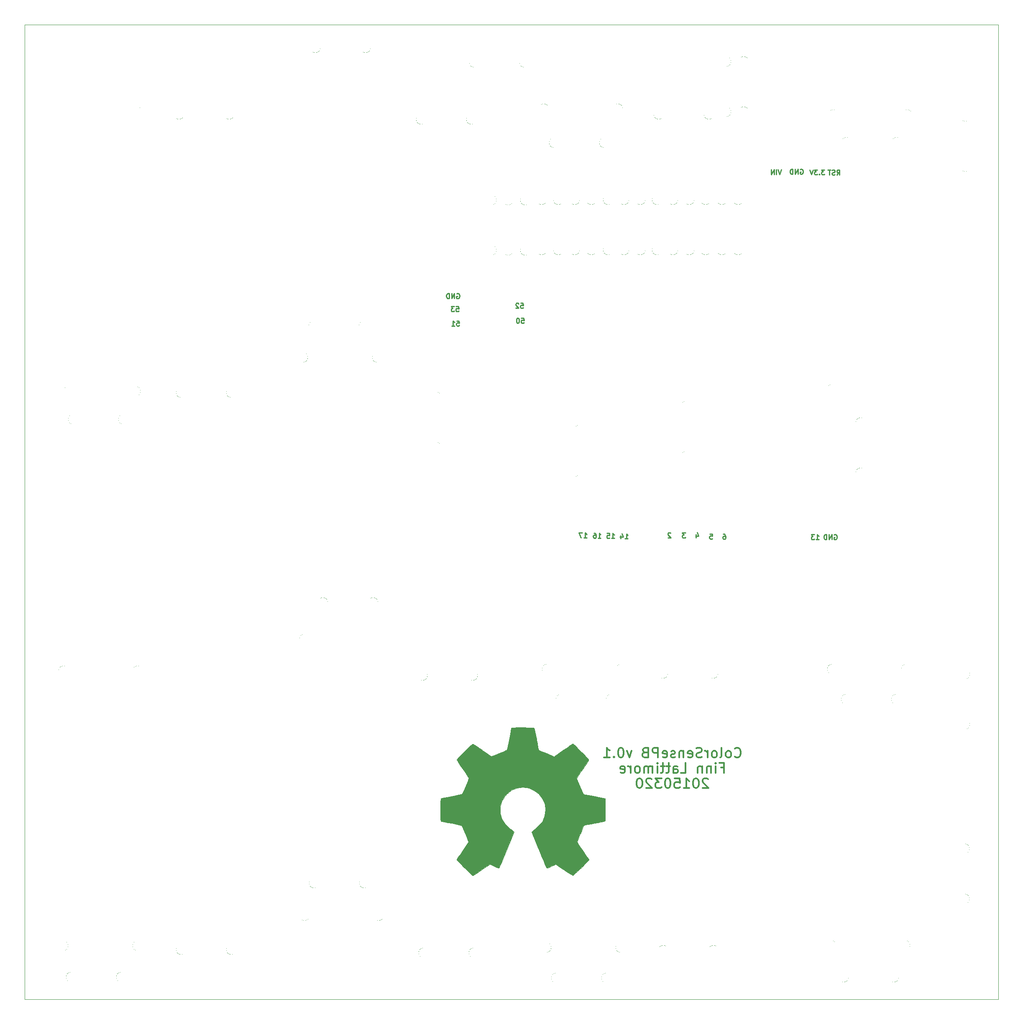
<source format=gbo>
%TF.FileFunction,Legend,Bot*%
%FSLAX46Y46*%
G04 Gerber Fmt 4.6, Leading zero omitted, Abs format (unit mm)*
G04 Created by KiCad (PCBNEW 0.201502231246+5447~21~ubuntu14.04.1-product) date Sat 21 Mar 2015 19:15:27 AEDT*
%MOMM*%
G01*
G04 APERTURE LIST*
%ADD10C,0.100000*%
%ADD11C,0.300000*%
%ADD12C,0.250000*%
%ADD13C,0.002540*%
%ADD14C,5.000000*%
%ADD15O,1.524000X1.524000*%
%ADD16C,1.524000*%
%ADD17C,1.520000*%
%ADD18C,1.998980*%
%ADD19O,1.524000X2.540000*%
%ADD20C,3.175000*%
%ADD21O,1.168400X1.168400*%
%ADD22O,1.879600X1.879600*%
%ADD23O,1.800000X1.800000*%
%ADD24C,1.000000*%
G04 APERTURE END LIST*
D10*
X36499800Y46431200D02*
X233629200Y46431200D01*
X36499800Y-150774400D02*
X36499800Y46431200D01*
X233629200Y-150774400D02*
X36499800Y-150774400D01*
X233629200Y46431200D02*
X233629200Y-150774400D01*
D11*
X180259048Y-101652686D02*
X180354286Y-101747924D01*
X180640001Y-101843162D01*
X180830477Y-101843162D01*
X181116191Y-101747924D01*
X181306667Y-101557448D01*
X181401906Y-101366971D01*
X181497144Y-100986019D01*
X181497144Y-100700305D01*
X181401906Y-100319352D01*
X181306667Y-100128876D01*
X181116191Y-99938400D01*
X180830477Y-99843162D01*
X180640001Y-99843162D01*
X180354286Y-99938400D01*
X180259048Y-100033638D01*
X179116191Y-101843162D02*
X179306667Y-101747924D01*
X179401906Y-101652686D01*
X179497144Y-101462210D01*
X179497144Y-100890781D01*
X179401906Y-100700305D01*
X179306667Y-100605067D01*
X179116191Y-100509829D01*
X178830477Y-100509829D01*
X178640001Y-100605067D01*
X178544763Y-100700305D01*
X178449525Y-100890781D01*
X178449525Y-101462210D01*
X178544763Y-101652686D01*
X178640001Y-101747924D01*
X178830477Y-101843162D01*
X179116191Y-101843162D01*
X177306667Y-101843162D02*
X177497143Y-101747924D01*
X177592382Y-101557448D01*
X177592382Y-99843162D01*
X176259048Y-101843162D02*
X176449524Y-101747924D01*
X176544763Y-101652686D01*
X176640001Y-101462210D01*
X176640001Y-100890781D01*
X176544763Y-100700305D01*
X176449524Y-100605067D01*
X176259048Y-100509829D01*
X175973334Y-100509829D01*
X175782858Y-100605067D01*
X175687620Y-100700305D01*
X175592382Y-100890781D01*
X175592382Y-101462210D01*
X175687620Y-101652686D01*
X175782858Y-101747924D01*
X175973334Y-101843162D01*
X176259048Y-101843162D01*
X174735239Y-101843162D02*
X174735239Y-100509829D01*
X174735239Y-100890781D02*
X174640000Y-100700305D01*
X174544762Y-100605067D01*
X174354286Y-100509829D01*
X174163810Y-100509829D01*
X173592382Y-101747924D02*
X173306667Y-101843162D01*
X172830477Y-101843162D01*
X172640001Y-101747924D01*
X172544763Y-101652686D01*
X172449524Y-101462210D01*
X172449524Y-101271733D01*
X172544763Y-101081257D01*
X172640001Y-100986019D01*
X172830477Y-100890781D01*
X173211429Y-100795543D01*
X173401905Y-100700305D01*
X173497144Y-100605067D01*
X173592382Y-100414590D01*
X173592382Y-100224114D01*
X173497144Y-100033638D01*
X173401905Y-99938400D01*
X173211429Y-99843162D01*
X172735239Y-99843162D01*
X172449524Y-99938400D01*
X170830477Y-101747924D02*
X171020953Y-101843162D01*
X171401905Y-101843162D01*
X171592382Y-101747924D01*
X171687620Y-101557448D01*
X171687620Y-100795543D01*
X171592382Y-100605067D01*
X171401905Y-100509829D01*
X171020953Y-100509829D01*
X170830477Y-100605067D01*
X170735239Y-100795543D01*
X170735239Y-100986019D01*
X171687620Y-101176495D01*
X169878096Y-100509829D02*
X169878096Y-101843162D01*
X169878096Y-100700305D02*
X169782857Y-100605067D01*
X169592381Y-100509829D01*
X169306667Y-100509829D01*
X169116191Y-100605067D01*
X169020953Y-100795543D01*
X169020953Y-101843162D01*
X168163810Y-101747924D02*
X167973333Y-101843162D01*
X167592381Y-101843162D01*
X167401905Y-101747924D01*
X167306667Y-101557448D01*
X167306667Y-101462210D01*
X167401905Y-101271733D01*
X167592381Y-101176495D01*
X167878095Y-101176495D01*
X168068572Y-101081257D01*
X168163810Y-100890781D01*
X168163810Y-100795543D01*
X168068572Y-100605067D01*
X167878095Y-100509829D01*
X167592381Y-100509829D01*
X167401905Y-100605067D01*
X165687619Y-101747924D02*
X165878095Y-101843162D01*
X166259047Y-101843162D01*
X166449524Y-101747924D01*
X166544762Y-101557448D01*
X166544762Y-100795543D01*
X166449524Y-100605067D01*
X166259047Y-100509829D01*
X165878095Y-100509829D01*
X165687619Y-100605067D01*
X165592381Y-100795543D01*
X165592381Y-100986019D01*
X166544762Y-101176495D01*
X164735238Y-101843162D02*
X164735238Y-99843162D01*
X163973333Y-99843162D01*
X163782857Y-99938400D01*
X163687618Y-100033638D01*
X163592380Y-100224114D01*
X163592380Y-100509829D01*
X163687618Y-100700305D01*
X163782857Y-100795543D01*
X163973333Y-100890781D01*
X164735238Y-100890781D01*
X162068571Y-100795543D02*
X161782857Y-100890781D01*
X161687618Y-100986019D01*
X161592380Y-101176495D01*
X161592380Y-101462210D01*
X161687618Y-101652686D01*
X161782857Y-101747924D01*
X161973333Y-101843162D01*
X162735238Y-101843162D01*
X162735238Y-99843162D01*
X162068571Y-99843162D01*
X161878095Y-99938400D01*
X161782857Y-100033638D01*
X161687618Y-100224114D01*
X161687618Y-100414590D01*
X161782857Y-100605067D01*
X161878095Y-100700305D01*
X162068571Y-100795543D01*
X162735238Y-100795543D01*
X159401904Y-100509829D02*
X158925713Y-101843162D01*
X158449523Y-100509829D01*
X157306665Y-99843162D02*
X157116189Y-99843162D01*
X156925713Y-99938400D01*
X156830475Y-100033638D01*
X156735237Y-100224114D01*
X156639998Y-100605067D01*
X156639998Y-101081257D01*
X156735237Y-101462210D01*
X156830475Y-101652686D01*
X156925713Y-101747924D01*
X157116189Y-101843162D01*
X157306665Y-101843162D01*
X157497141Y-101747924D01*
X157592379Y-101652686D01*
X157687618Y-101462210D01*
X157782856Y-101081257D01*
X157782856Y-100605067D01*
X157687618Y-100224114D01*
X157592379Y-100033638D01*
X157497141Y-99938400D01*
X157306665Y-99843162D01*
X155782856Y-101652686D02*
X155687617Y-101747924D01*
X155782856Y-101843162D01*
X155878094Y-101747924D01*
X155782856Y-101652686D01*
X155782856Y-101843162D01*
X153782855Y-101843162D02*
X154925713Y-101843162D01*
X154354284Y-101843162D02*
X154354284Y-99843162D01*
X154544760Y-100128876D01*
X154735236Y-100319352D01*
X154925713Y-100414590D01*
X177449525Y-103895543D02*
X178116192Y-103895543D01*
X178116192Y-104943162D02*
X178116192Y-102943162D01*
X177163811Y-102943162D01*
X176401906Y-104943162D02*
X176401906Y-103609829D01*
X176401906Y-102943162D02*
X176497144Y-103038400D01*
X176401906Y-103133638D01*
X176306667Y-103038400D01*
X176401906Y-102943162D01*
X176401906Y-103133638D01*
X175449525Y-103609829D02*
X175449525Y-104943162D01*
X175449525Y-103800305D02*
X175354286Y-103705067D01*
X175163810Y-103609829D01*
X174878096Y-103609829D01*
X174687620Y-103705067D01*
X174592382Y-103895543D01*
X174592382Y-104943162D01*
X173640001Y-103609829D02*
X173640001Y-104943162D01*
X173640001Y-103800305D02*
X173544762Y-103705067D01*
X173354286Y-103609829D01*
X173068572Y-103609829D01*
X172878096Y-103705067D01*
X172782858Y-103895543D01*
X172782858Y-104943162D01*
X169354286Y-104943162D02*
X170306667Y-104943162D01*
X170306667Y-102943162D01*
X167830476Y-104943162D02*
X167830476Y-103895543D01*
X167925714Y-103705067D01*
X168116190Y-103609829D01*
X168497142Y-103609829D01*
X168687619Y-103705067D01*
X167830476Y-104847924D02*
X168020952Y-104943162D01*
X168497142Y-104943162D01*
X168687619Y-104847924D01*
X168782857Y-104657448D01*
X168782857Y-104466971D01*
X168687619Y-104276495D01*
X168497142Y-104181257D01*
X168020952Y-104181257D01*
X167830476Y-104086019D01*
X167163809Y-103609829D02*
X166401904Y-103609829D01*
X166878095Y-102943162D02*
X166878095Y-104657448D01*
X166782856Y-104847924D01*
X166592380Y-104943162D01*
X166401904Y-104943162D01*
X166020952Y-103609829D02*
X165259047Y-103609829D01*
X165735238Y-102943162D02*
X165735238Y-104657448D01*
X165639999Y-104847924D01*
X165449523Y-104943162D01*
X165259047Y-104943162D01*
X164592381Y-104943162D02*
X164592381Y-103609829D01*
X164592381Y-102943162D02*
X164687619Y-103038400D01*
X164592381Y-103133638D01*
X164497142Y-103038400D01*
X164592381Y-102943162D01*
X164592381Y-103133638D01*
X163640000Y-104943162D02*
X163640000Y-103609829D01*
X163640000Y-103800305D02*
X163544761Y-103705067D01*
X163354285Y-103609829D01*
X163068571Y-103609829D01*
X162878095Y-103705067D01*
X162782857Y-103895543D01*
X162782857Y-104943162D01*
X162782857Y-103895543D02*
X162687619Y-103705067D01*
X162497142Y-103609829D01*
X162211428Y-103609829D01*
X162020952Y-103705067D01*
X161925714Y-103895543D01*
X161925714Y-104943162D01*
X160687618Y-104943162D02*
X160878094Y-104847924D01*
X160973333Y-104752686D01*
X161068571Y-104562210D01*
X161068571Y-103990781D01*
X160973333Y-103800305D01*
X160878094Y-103705067D01*
X160687618Y-103609829D01*
X160401904Y-103609829D01*
X160211428Y-103705067D01*
X160116190Y-103800305D01*
X160020952Y-103990781D01*
X160020952Y-104562210D01*
X160116190Y-104752686D01*
X160211428Y-104847924D01*
X160401904Y-104943162D01*
X160687618Y-104943162D01*
X159163809Y-104943162D02*
X159163809Y-103609829D01*
X159163809Y-103990781D02*
X159068570Y-103800305D01*
X158973332Y-103705067D01*
X158782856Y-103609829D01*
X158592380Y-103609829D01*
X157163809Y-104847924D02*
X157354285Y-104943162D01*
X157735237Y-104943162D01*
X157925714Y-104847924D01*
X158020952Y-104657448D01*
X158020952Y-103895543D01*
X157925714Y-103705067D01*
X157735237Y-103609829D01*
X157354285Y-103609829D01*
X157163809Y-103705067D01*
X157068571Y-103895543D01*
X157068571Y-104086019D01*
X158020952Y-104276495D01*
X174878096Y-106233638D02*
X174782858Y-106138400D01*
X174592381Y-106043162D01*
X174116191Y-106043162D01*
X173925715Y-106138400D01*
X173830477Y-106233638D01*
X173735238Y-106424114D01*
X173735238Y-106614590D01*
X173830477Y-106900305D01*
X174973334Y-108043162D01*
X173735238Y-108043162D01*
X172497143Y-106043162D02*
X172306667Y-106043162D01*
X172116191Y-106138400D01*
X172020953Y-106233638D01*
X171925715Y-106424114D01*
X171830476Y-106805067D01*
X171830476Y-107281257D01*
X171925715Y-107662210D01*
X172020953Y-107852686D01*
X172116191Y-107947924D01*
X172306667Y-108043162D01*
X172497143Y-108043162D01*
X172687619Y-107947924D01*
X172782857Y-107852686D01*
X172878096Y-107662210D01*
X172973334Y-107281257D01*
X172973334Y-106805067D01*
X172878096Y-106424114D01*
X172782857Y-106233638D01*
X172687619Y-106138400D01*
X172497143Y-106043162D01*
X169925714Y-108043162D02*
X171068572Y-108043162D01*
X170497143Y-108043162D02*
X170497143Y-106043162D01*
X170687619Y-106328876D01*
X170878095Y-106519352D01*
X171068572Y-106614590D01*
X168116191Y-106043162D02*
X169068572Y-106043162D01*
X169163810Y-106995543D01*
X169068572Y-106900305D01*
X168878095Y-106805067D01*
X168401905Y-106805067D01*
X168211429Y-106900305D01*
X168116191Y-106995543D01*
X168020952Y-107186019D01*
X168020952Y-107662210D01*
X168116191Y-107852686D01*
X168211429Y-107947924D01*
X168401905Y-108043162D01*
X168878095Y-108043162D01*
X169068572Y-107947924D01*
X169163810Y-107852686D01*
X166782857Y-106043162D02*
X166592381Y-106043162D01*
X166401905Y-106138400D01*
X166306667Y-106233638D01*
X166211429Y-106424114D01*
X166116190Y-106805067D01*
X166116190Y-107281257D01*
X166211429Y-107662210D01*
X166306667Y-107852686D01*
X166401905Y-107947924D01*
X166592381Y-108043162D01*
X166782857Y-108043162D01*
X166973333Y-107947924D01*
X167068571Y-107852686D01*
X167163810Y-107662210D01*
X167259048Y-107281257D01*
X167259048Y-106805067D01*
X167163810Y-106424114D01*
X167068571Y-106233638D01*
X166973333Y-106138400D01*
X166782857Y-106043162D01*
X165449524Y-106043162D02*
X164211428Y-106043162D01*
X164878095Y-106805067D01*
X164592381Y-106805067D01*
X164401905Y-106900305D01*
X164306667Y-106995543D01*
X164211428Y-107186019D01*
X164211428Y-107662210D01*
X164306667Y-107852686D01*
X164401905Y-107947924D01*
X164592381Y-108043162D01*
X165163809Y-108043162D01*
X165354286Y-107947924D01*
X165449524Y-107852686D01*
X163449524Y-106233638D02*
X163354286Y-106138400D01*
X163163809Y-106043162D01*
X162687619Y-106043162D01*
X162497143Y-106138400D01*
X162401905Y-106233638D01*
X162306666Y-106424114D01*
X162306666Y-106614590D01*
X162401905Y-106900305D01*
X163544762Y-108043162D01*
X162306666Y-108043162D01*
X161068571Y-106043162D02*
X160878095Y-106043162D01*
X160687619Y-106138400D01*
X160592381Y-106233638D01*
X160497143Y-106424114D01*
X160401904Y-106805067D01*
X160401904Y-107281257D01*
X160497143Y-107662210D01*
X160592381Y-107852686D01*
X160687619Y-107947924D01*
X160878095Y-108043162D01*
X161068571Y-108043162D01*
X161259047Y-107947924D01*
X161354285Y-107852686D01*
X161449524Y-107662210D01*
X161544762Y-107281257D01*
X161544762Y-106805067D01*
X161449524Y-106424114D01*
X161354285Y-106233638D01*
X161259047Y-106138400D01*
X161068571Y-106043162D01*
D12*
X123977304Y-8009000D02*
X124072542Y-7961381D01*
X124215399Y-7961381D01*
X124358257Y-8009000D01*
X124453495Y-8104238D01*
X124501114Y-8199476D01*
X124548733Y-8389952D01*
X124548733Y-8532810D01*
X124501114Y-8723286D01*
X124453495Y-8818524D01*
X124358257Y-8913762D01*
X124215399Y-8961381D01*
X124120161Y-8961381D01*
X123977304Y-8913762D01*
X123929685Y-8866143D01*
X123929685Y-8532810D01*
X124120161Y-8532810D01*
X123501114Y-8961381D02*
X123501114Y-7961381D01*
X122929685Y-8961381D01*
X122929685Y-7961381D01*
X122453495Y-8961381D02*
X122453495Y-7961381D01*
X122215400Y-7961381D01*
X122072542Y-8009000D01*
X121977304Y-8104238D01*
X121929685Y-8199476D01*
X121882066Y-8389952D01*
X121882066Y-8532810D01*
X121929685Y-8723286D01*
X121977304Y-8818524D01*
X122072542Y-8913762D01*
X122215400Y-8961381D01*
X122453495Y-8961381D01*
X123834495Y-10577581D02*
X124310686Y-10577581D01*
X124358305Y-11053771D01*
X124310686Y-11006152D01*
X124215448Y-10958533D01*
X123977352Y-10958533D01*
X123882114Y-11006152D01*
X123834495Y-11053771D01*
X123786876Y-11149010D01*
X123786876Y-11387105D01*
X123834495Y-11482343D01*
X123882114Y-11529962D01*
X123977352Y-11577581D01*
X124215448Y-11577581D01*
X124310686Y-11529962D01*
X124358305Y-11482343D01*
X123453543Y-10577581D02*
X122834495Y-10577581D01*
X123167829Y-10958533D01*
X123024971Y-10958533D01*
X122929733Y-11006152D01*
X122882114Y-11053771D01*
X122834495Y-11149010D01*
X122834495Y-11387105D01*
X122882114Y-11482343D01*
X122929733Y-11529962D01*
X123024971Y-11577581D01*
X123310686Y-11577581D01*
X123405924Y-11529962D01*
X123453543Y-11482343D01*
X123961495Y-13498581D02*
X124437686Y-13498581D01*
X124485305Y-13974771D01*
X124437686Y-13927152D01*
X124342448Y-13879533D01*
X124104352Y-13879533D01*
X124009114Y-13927152D01*
X123961495Y-13974771D01*
X123913876Y-14070010D01*
X123913876Y-14308105D01*
X123961495Y-14403343D01*
X124009114Y-14450962D01*
X124104352Y-14498581D01*
X124342448Y-14498581D01*
X124437686Y-14450962D01*
X124485305Y-14403343D01*
X122961495Y-14498581D02*
X123532924Y-14498581D01*
X123247210Y-14498581D02*
X123247210Y-13498581D01*
X123342448Y-13641438D01*
X123437686Y-13736676D01*
X123532924Y-13784295D01*
X136915495Y-9917181D02*
X137391686Y-9917181D01*
X137439305Y-10393371D01*
X137391686Y-10345752D01*
X137296448Y-10298133D01*
X137058352Y-10298133D01*
X136963114Y-10345752D01*
X136915495Y-10393371D01*
X136867876Y-10488610D01*
X136867876Y-10726705D01*
X136915495Y-10821943D01*
X136963114Y-10869562D01*
X137058352Y-10917181D01*
X137296448Y-10917181D01*
X137391686Y-10869562D01*
X137439305Y-10821943D01*
X136486924Y-10012419D02*
X136439305Y-9964800D01*
X136344067Y-9917181D01*
X136105971Y-9917181D01*
X136010733Y-9964800D01*
X135963114Y-10012419D01*
X135915495Y-10107657D01*
X135915495Y-10202895D01*
X135963114Y-10345752D01*
X136534543Y-10917181D01*
X135915495Y-10917181D01*
X137042495Y-12939781D02*
X137518686Y-12939781D01*
X137566305Y-13415971D01*
X137518686Y-13368352D01*
X137423448Y-13320733D01*
X137185352Y-13320733D01*
X137090114Y-13368352D01*
X137042495Y-13415971D01*
X136994876Y-13511210D01*
X136994876Y-13749305D01*
X137042495Y-13844543D01*
X137090114Y-13892162D01*
X137185352Y-13939781D01*
X137423448Y-13939781D01*
X137518686Y-13892162D01*
X137566305Y-13844543D01*
X136375829Y-12939781D02*
X136280590Y-12939781D01*
X136185352Y-12987400D01*
X136137733Y-13035019D01*
X136090114Y-13130257D01*
X136042495Y-13320733D01*
X136042495Y-13558829D01*
X136090114Y-13749305D01*
X136137733Y-13844543D01*
X136185352Y-13892162D01*
X136280590Y-13939781D01*
X136375829Y-13939781D01*
X136471067Y-13892162D01*
X136518686Y-13844543D01*
X136566305Y-13749305D01*
X136613924Y-13558829D01*
X136613924Y-13320733D01*
X136566305Y-13130257D01*
X136518686Y-13035019D01*
X136471067Y-12987400D01*
X136375829Y-12939781D01*
X200902819Y16032219D02*
X201236153Y16508410D01*
X201474248Y16032219D02*
X201474248Y17032219D01*
X201093295Y17032219D01*
X200998057Y16984600D01*
X200950438Y16936981D01*
X200902819Y16841743D01*
X200902819Y16698886D01*
X200950438Y16603648D01*
X200998057Y16556029D01*
X201093295Y16508410D01*
X201474248Y16508410D01*
X200521867Y16079838D02*
X200379010Y16032219D01*
X200140914Y16032219D01*
X200045676Y16079838D01*
X199998057Y16127457D01*
X199950438Y16222695D01*
X199950438Y16317933D01*
X199998057Y16413171D01*
X200045676Y16460790D01*
X200140914Y16508410D01*
X200331391Y16556029D01*
X200426629Y16603648D01*
X200474248Y16651267D01*
X200521867Y16746505D01*
X200521867Y16841743D01*
X200474248Y16936981D01*
X200426629Y16984600D01*
X200331391Y17032219D01*
X200093295Y17032219D01*
X199950438Y16984600D01*
X199664724Y17032219D02*
X199093295Y17032219D01*
X199379010Y16032219D02*
X199379010Y17032219D01*
X198427790Y17083019D02*
X197808742Y17083019D01*
X198142076Y16702067D01*
X197999218Y16702067D01*
X197903980Y16654448D01*
X197856361Y16606829D01*
X197808742Y16511590D01*
X197808742Y16273495D01*
X197856361Y16178257D01*
X197903980Y16130638D01*
X197999218Y16083019D01*
X198284933Y16083019D01*
X198380171Y16130638D01*
X198427790Y16178257D01*
X197380171Y16178257D02*
X197332552Y16130638D01*
X197380171Y16083019D01*
X197427790Y16130638D01*
X197380171Y16178257D01*
X197380171Y16083019D01*
X196999219Y17083019D02*
X196380171Y17083019D01*
X196713505Y16702067D01*
X196570647Y16702067D01*
X196475409Y16654448D01*
X196427790Y16606829D01*
X196380171Y16511590D01*
X196380171Y16273495D01*
X196427790Y16178257D01*
X196475409Y16130638D01*
X196570647Y16083019D01*
X196856362Y16083019D01*
X196951600Y16130638D01*
X196999219Y16178257D01*
X196094457Y17083019D02*
X195761124Y16083019D01*
X195427790Y17083019D01*
X193522504Y17162400D02*
X193617742Y17210019D01*
X193760599Y17210019D01*
X193903457Y17162400D01*
X193998695Y17067162D01*
X194046314Y16971924D01*
X194093933Y16781448D01*
X194093933Y16638590D01*
X194046314Y16448114D01*
X193998695Y16352876D01*
X193903457Y16257638D01*
X193760599Y16210019D01*
X193665361Y16210019D01*
X193522504Y16257638D01*
X193474885Y16305257D01*
X193474885Y16638590D01*
X193665361Y16638590D01*
X193046314Y16210019D02*
X193046314Y17210019D01*
X192474885Y16210019D01*
X192474885Y17210019D01*
X191998695Y16210019D02*
X191998695Y17210019D01*
X191760600Y17210019D01*
X191617742Y17162400D01*
X191522504Y17067162D01*
X191474885Y16971924D01*
X191427266Y16781448D01*
X191427266Y16638590D01*
X191474885Y16448114D01*
X191522504Y16352876D01*
X191617742Y16257638D01*
X191760600Y16210019D01*
X191998695Y16210019D01*
X189690238Y17133819D02*
X189356905Y16133819D01*
X189023571Y17133819D01*
X188690238Y16133819D02*
X188690238Y17133819D01*
X188214048Y16133819D02*
X188214048Y17133819D01*
X187642619Y16133819D01*
X187642619Y17133819D01*
X200380504Y-56777000D02*
X200475742Y-56729381D01*
X200618599Y-56729381D01*
X200761457Y-56777000D01*
X200856695Y-56872238D01*
X200904314Y-56967476D01*
X200951933Y-57157952D01*
X200951933Y-57300810D01*
X200904314Y-57491286D01*
X200856695Y-57586524D01*
X200761457Y-57681762D01*
X200618599Y-57729381D01*
X200523361Y-57729381D01*
X200380504Y-57681762D01*
X200332885Y-57634143D01*
X200332885Y-57300810D01*
X200523361Y-57300810D01*
X199904314Y-57729381D02*
X199904314Y-56729381D01*
X199332885Y-57729381D01*
X199332885Y-56729381D01*
X198856695Y-57729381D02*
X198856695Y-56729381D01*
X198618600Y-56729381D01*
X198475742Y-56777000D01*
X198380504Y-56872238D01*
X198332885Y-56967476D01*
X198285266Y-57157952D01*
X198285266Y-57300810D01*
X198332885Y-57491286D01*
X198380504Y-57586524D01*
X198475742Y-57681762D01*
X198618600Y-57729381D01*
X198856695Y-57729381D01*
X196684876Y-57729381D02*
X197256305Y-57729381D01*
X196970591Y-57729381D02*
X196970591Y-56729381D01*
X197065829Y-56872238D01*
X197161067Y-56967476D01*
X197256305Y-57015095D01*
X196351543Y-56729381D02*
X195732495Y-56729381D01*
X196065829Y-57110333D01*
X195922971Y-57110333D01*
X195827733Y-57157952D01*
X195780114Y-57205571D01*
X195732495Y-57300810D01*
X195732495Y-57538905D01*
X195780114Y-57634143D01*
X195827733Y-57681762D01*
X195922971Y-57729381D01*
X196208686Y-57729381D01*
X196303924Y-57681762D01*
X196351543Y-57634143D01*
X177939723Y-56653181D02*
X178130200Y-56653181D01*
X178225438Y-56700800D01*
X178273057Y-56748419D01*
X178368295Y-56891276D01*
X178415914Y-57081752D01*
X178415914Y-57462705D01*
X178368295Y-57557943D01*
X178320676Y-57605562D01*
X178225438Y-57653181D01*
X178034961Y-57653181D01*
X177939723Y-57605562D01*
X177892104Y-57557943D01*
X177844485Y-57462705D01*
X177844485Y-57224610D01*
X177892104Y-57129371D01*
X177939723Y-57081752D01*
X178034961Y-57034133D01*
X178225438Y-57034133D01*
X178320676Y-57081752D01*
X178368295Y-57129371D01*
X178415914Y-57224610D01*
X175199704Y-56602381D02*
X175675895Y-56602381D01*
X175723514Y-57078571D01*
X175675895Y-57030952D01*
X175580657Y-56983333D01*
X175342561Y-56983333D01*
X175247323Y-57030952D01*
X175199704Y-57078571D01*
X175152085Y-57173810D01*
X175152085Y-57411905D01*
X175199704Y-57507143D01*
X175247323Y-57554762D01*
X175342561Y-57602381D01*
X175580657Y-57602381D01*
X175675895Y-57554762D01*
X175723514Y-57507143D01*
X172427923Y-56681714D02*
X172427923Y-57348381D01*
X172666019Y-56300762D02*
X172904114Y-57015048D01*
X172285066Y-57015048D01*
X170259333Y-56399181D02*
X169640285Y-56399181D01*
X169973619Y-56780133D01*
X169830761Y-56780133D01*
X169735523Y-56827752D01*
X169687904Y-56875371D01*
X169640285Y-56970610D01*
X169640285Y-57208705D01*
X169687904Y-57303943D01*
X169735523Y-57351562D01*
X169830761Y-57399181D01*
X170116476Y-57399181D01*
X170211714Y-57351562D01*
X170259333Y-57303943D01*
X167265314Y-56443619D02*
X167217695Y-56396000D01*
X167122457Y-56348381D01*
X166884361Y-56348381D01*
X166789123Y-56396000D01*
X166741504Y-56443619D01*
X166693885Y-56538857D01*
X166693885Y-56634095D01*
X166741504Y-56776952D01*
X167312933Y-57348381D01*
X166693885Y-57348381D01*
X158026076Y-57576981D02*
X158597505Y-57576981D01*
X158311791Y-57576981D02*
X158311791Y-56576981D01*
X158407029Y-56719838D01*
X158502267Y-56815076D01*
X158597505Y-56862695D01*
X157168933Y-56910314D02*
X157168933Y-57576981D01*
X157407029Y-56529362D02*
X157645124Y-57243648D01*
X157026076Y-57243648D01*
X152565076Y-57424581D02*
X153136505Y-57424581D01*
X152850791Y-57424581D02*
X152850791Y-56424581D01*
X152946029Y-56567438D01*
X153041267Y-56662676D01*
X153136505Y-56710295D01*
X151707933Y-56424581D02*
X151898410Y-56424581D01*
X151993648Y-56472200D01*
X152041267Y-56519819D01*
X152136505Y-56662676D01*
X152184124Y-56853152D01*
X152184124Y-57234105D01*
X152136505Y-57329343D01*
X152088886Y-57376962D01*
X151993648Y-57424581D01*
X151803171Y-57424581D01*
X151707933Y-57376962D01*
X151660314Y-57329343D01*
X151612695Y-57234105D01*
X151612695Y-56996010D01*
X151660314Y-56900771D01*
X151707933Y-56853152D01*
X151803171Y-56805533D01*
X151993648Y-56805533D01*
X152088886Y-56853152D01*
X152136505Y-56900771D01*
X152184124Y-56996010D01*
X155282876Y-57475381D02*
X155854305Y-57475381D01*
X155568591Y-57475381D02*
X155568591Y-56475381D01*
X155663829Y-56618238D01*
X155759067Y-56713476D01*
X155854305Y-56761095D01*
X154378114Y-56475381D02*
X154854305Y-56475381D01*
X154901924Y-56951571D01*
X154854305Y-56903952D01*
X154759067Y-56856333D01*
X154520971Y-56856333D01*
X154425733Y-56903952D01*
X154378114Y-56951571D01*
X154330495Y-57046810D01*
X154330495Y-57284905D01*
X154378114Y-57380143D01*
X154425733Y-57427762D01*
X154520971Y-57475381D01*
X154759067Y-57475381D01*
X154854305Y-57427762D01*
X154901924Y-57380143D01*
X149720276Y-57399181D02*
X150291705Y-57399181D01*
X150005991Y-57399181D02*
X150005991Y-56399181D01*
X150101229Y-56542038D01*
X150196467Y-56637276D01*
X150291705Y-56684895D01*
X149386943Y-56399181D02*
X148720276Y-56399181D01*
X149148848Y-57399181D01*
D13*
G36*
X147477480Y-125730000D02*
X147302220Y-125638560D01*
X146911060Y-125392180D01*
X146354800Y-125028960D01*
X145696940Y-124587000D01*
X145036540Y-124139960D01*
X144492980Y-123776740D01*
X144111980Y-123532900D01*
X143954500Y-123444000D01*
X143868140Y-123474480D01*
X143553180Y-123626880D01*
X143098520Y-123863100D01*
X142834360Y-124000260D01*
X142415260Y-124180600D01*
X142209520Y-124218700D01*
X142173960Y-124160280D01*
X142021560Y-123840240D01*
X141780260Y-123294140D01*
X141465300Y-122570240D01*
X141104620Y-121724420D01*
X140718540Y-120810020D01*
X140329920Y-119880380D01*
X139961620Y-118991380D01*
X139636500Y-118193820D01*
X139374880Y-117543580D01*
X139202160Y-117094000D01*
X139138660Y-116898420D01*
X139158980Y-116857780D01*
X139367260Y-116654580D01*
X139733020Y-116380260D01*
X140520420Y-115740180D01*
X141300200Y-114767360D01*
X141775180Y-113662460D01*
X141932660Y-112435640D01*
X141798040Y-111297720D01*
X141351000Y-110195360D01*
X140589000Y-109212380D01*
X139664440Y-108480860D01*
X138582400Y-108018580D01*
X137368280Y-107868720D01*
X136197340Y-108000800D01*
X135079740Y-108440220D01*
X134096760Y-109189520D01*
X133682740Y-109669580D01*
X133108700Y-110665260D01*
X132783580Y-111739680D01*
X132748020Y-112014000D01*
X132796280Y-113182400D01*
X133141720Y-114305080D01*
X133761480Y-115310920D01*
X134620000Y-116133880D01*
X134726680Y-116210080D01*
X135125460Y-116507260D01*
X135392160Y-116713000D01*
X135600440Y-116883180D01*
X134109460Y-120474740D01*
X133870700Y-121046240D01*
X133461760Y-122026680D01*
X133101080Y-122872500D01*
X132814060Y-123545600D01*
X132615940Y-123995180D01*
X132527040Y-124175520D01*
X132516880Y-124185680D01*
X132387340Y-124208540D01*
X132110480Y-124109480D01*
X131612640Y-123865640D01*
X131279900Y-123695460D01*
X130898900Y-123512580D01*
X130726180Y-123444000D01*
X130583940Y-123522740D01*
X130215640Y-123761500D01*
X129682240Y-124117100D01*
X129039620Y-124553980D01*
X128430020Y-124968000D01*
X127866140Y-125341380D01*
X127454660Y-125603000D01*
X127259080Y-125709680D01*
X127226060Y-125709680D01*
X127048260Y-125610620D01*
X126728220Y-125341380D01*
X126238000Y-124879100D01*
X125544580Y-124195840D01*
X125440440Y-124091700D01*
X124871480Y-123512580D01*
X124409200Y-123027440D01*
X124099320Y-122682000D01*
X123987560Y-122524520D01*
X123987560Y-122521980D01*
X124089160Y-122328940D01*
X124348240Y-121920000D01*
X124721620Y-121351040D01*
X125176280Y-120683020D01*
X126365000Y-118955820D01*
X125712220Y-117325140D01*
X125511560Y-116827300D01*
X125257560Y-116220240D01*
X125067060Y-115788440D01*
X124970540Y-115600480D01*
X124792740Y-115536980D01*
X124345700Y-115430300D01*
X123700540Y-115295680D01*
X122928380Y-115150900D01*
X122194320Y-115016280D01*
X121528840Y-114891820D01*
X121048780Y-114797840D01*
X120832880Y-114754660D01*
X120782080Y-114724180D01*
X120738900Y-114620040D01*
X120710960Y-114393980D01*
X120693180Y-113990120D01*
X120685560Y-113355120D01*
X120685560Y-112435640D01*
X120685560Y-112336580D01*
X120693180Y-111457740D01*
X120708420Y-110759240D01*
X120733820Y-110294420D01*
X120764300Y-110114080D01*
X120766840Y-110111540D01*
X120972580Y-110060740D01*
X121442480Y-109961680D01*
X122105420Y-109832140D01*
X122897900Y-109682280D01*
X122946160Y-109672120D01*
X123736100Y-109519720D01*
X124396500Y-109382560D01*
X124858780Y-109275880D01*
X125054360Y-109214920D01*
X125095000Y-109159040D01*
X125255020Y-108851700D01*
X125481080Y-108361480D01*
X125742700Y-107764580D01*
X125999240Y-107144820D01*
X126222760Y-106588560D01*
X126372620Y-106172000D01*
X126418340Y-105984040D01*
X126415800Y-105978960D01*
X126296420Y-105788460D01*
X126024640Y-105382060D01*
X125641100Y-104813100D01*
X125181360Y-104142540D01*
X125145800Y-104091740D01*
X124693680Y-103423720D01*
X124325380Y-102862380D01*
X124079000Y-102458520D01*
X123987560Y-102278180D01*
X123990100Y-102265480D01*
X124139960Y-102067360D01*
X124480320Y-101688900D01*
X124965460Y-101180900D01*
X125549660Y-100591620D01*
X125735080Y-100408740D01*
X126382780Y-99776280D01*
X126834900Y-99362260D01*
X127114300Y-99141280D01*
X127248920Y-99093020D01*
X127254000Y-99095560D01*
X127454660Y-99217480D01*
X127873760Y-99491800D01*
X128447800Y-99877880D01*
X129123440Y-100337620D01*
X129171700Y-100370640D01*
X129837180Y-100822760D01*
X130393440Y-101198680D01*
X130787140Y-101460300D01*
X130959860Y-101564440D01*
X130990340Y-101564440D01*
X131262120Y-101485700D01*
X131734560Y-101318060D01*
X132318760Y-101092000D01*
X132935980Y-100845620D01*
X133494780Y-100609400D01*
X133916420Y-100416360D01*
X134114540Y-100304600D01*
X134119620Y-100294440D01*
X134190740Y-100055680D01*
X134305040Y-99557840D01*
X134447280Y-98869500D01*
X134602220Y-98054160D01*
X134627620Y-97922080D01*
X134777480Y-97127060D01*
X134904480Y-96471740D01*
X134998460Y-96017080D01*
X135044180Y-95831660D01*
X135155940Y-95803720D01*
X135547100Y-95775780D01*
X136138920Y-95760540D01*
X136855200Y-95752920D01*
X137619740Y-95758000D01*
X138356340Y-95773240D01*
X138986260Y-95796100D01*
X139435840Y-95826580D01*
X139623800Y-95864680D01*
X139631420Y-95874840D01*
X139700000Y-96121220D01*
X139809220Y-96621600D01*
X139951460Y-97312480D01*
X140106400Y-98130360D01*
X140134340Y-98275140D01*
X140284200Y-99067620D01*
X140416280Y-99717860D01*
X140512800Y-100164900D01*
X140563600Y-100340160D01*
X140634720Y-100378260D01*
X140962380Y-100520500D01*
X141493240Y-100741480D01*
X142151100Y-101008180D01*
X143680180Y-101625400D01*
X145549620Y-100342700D01*
X145722340Y-100225860D01*
X146395440Y-99768660D01*
X146949160Y-99400360D01*
X147335240Y-99151440D01*
X147492720Y-99060000D01*
X147505420Y-99067620D01*
X147693380Y-99230180D01*
X148064220Y-99578160D01*
X148569680Y-100070920D01*
X149161500Y-100657660D01*
X149595840Y-101094540D01*
X150111460Y-101620320D01*
X150439120Y-101973380D01*
X150616920Y-102199440D01*
X150680420Y-102336600D01*
X150665180Y-102428040D01*
X150543260Y-102618540D01*
X150268940Y-103030020D01*
X149882860Y-103598980D01*
X149428200Y-104261920D01*
X149054820Y-104813100D01*
X148645880Y-105443020D01*
X148381720Y-105892600D01*
X148290280Y-106111040D01*
X148313140Y-106202480D01*
X148442680Y-106568240D01*
X148666200Y-107121960D01*
X148948140Y-107782360D01*
X149598380Y-109263180D01*
X150571200Y-109451140D01*
X151157940Y-109562900D01*
X151980900Y-109720380D01*
X152770840Y-109872780D01*
X154000200Y-110111540D01*
X154043380Y-114640360D01*
X153852880Y-114721640D01*
X153672540Y-114769900D01*
X153215340Y-114871500D01*
X152565100Y-115001040D01*
X151798020Y-115145820D01*
X151142700Y-115267740D01*
X150484840Y-115392200D01*
X150012400Y-115483640D01*
X149801580Y-115529360D01*
X149748240Y-115600480D01*
X149583140Y-115920520D01*
X149352000Y-116425980D01*
X149087840Y-117035580D01*
X148823680Y-117670580D01*
X148592540Y-118252240D01*
X148429980Y-118696740D01*
X148369020Y-118927880D01*
X148460460Y-119100600D01*
X148706840Y-119489220D01*
X149072600Y-120040400D01*
X149519640Y-120695720D01*
X149966680Y-121351040D01*
X150345140Y-121909840D01*
X150609300Y-122313700D01*
X150718520Y-122496580D01*
X150665180Y-122621040D01*
X150401020Y-122938540D01*
X149908260Y-123451620D01*
X149174200Y-124178060D01*
X149054820Y-124294900D01*
X148468080Y-124856240D01*
X147975320Y-125310900D01*
X147629880Y-125618240D01*
X147477480Y-125730000D01*
X147477480Y-125730000D01*
G37*
X147477480Y-125730000D02*
X147302220Y-125638560D01*
X146911060Y-125392180D01*
X146354800Y-125028960D01*
X145696940Y-124587000D01*
X145036540Y-124139960D01*
X144492980Y-123776740D01*
X144111980Y-123532900D01*
X143954500Y-123444000D01*
X143868140Y-123474480D01*
X143553180Y-123626880D01*
X143098520Y-123863100D01*
X142834360Y-124000260D01*
X142415260Y-124180600D01*
X142209520Y-124218700D01*
X142173960Y-124160280D01*
X142021560Y-123840240D01*
X141780260Y-123294140D01*
X141465300Y-122570240D01*
X141104620Y-121724420D01*
X140718540Y-120810020D01*
X140329920Y-119880380D01*
X139961620Y-118991380D01*
X139636500Y-118193820D01*
X139374880Y-117543580D01*
X139202160Y-117094000D01*
X139138660Y-116898420D01*
X139158980Y-116857780D01*
X139367260Y-116654580D01*
X139733020Y-116380260D01*
X140520420Y-115740180D01*
X141300200Y-114767360D01*
X141775180Y-113662460D01*
X141932660Y-112435640D01*
X141798040Y-111297720D01*
X141351000Y-110195360D01*
X140589000Y-109212380D01*
X139664440Y-108480860D01*
X138582400Y-108018580D01*
X137368280Y-107868720D01*
X136197340Y-108000800D01*
X135079740Y-108440220D01*
X134096760Y-109189520D01*
X133682740Y-109669580D01*
X133108700Y-110665260D01*
X132783580Y-111739680D01*
X132748020Y-112014000D01*
X132796280Y-113182400D01*
X133141720Y-114305080D01*
X133761480Y-115310920D01*
X134620000Y-116133880D01*
X134726680Y-116210080D01*
X135125460Y-116507260D01*
X135392160Y-116713000D01*
X135600440Y-116883180D01*
X134109460Y-120474740D01*
X133870700Y-121046240D01*
X133461760Y-122026680D01*
X133101080Y-122872500D01*
X132814060Y-123545600D01*
X132615940Y-123995180D01*
X132527040Y-124175520D01*
X132516880Y-124185680D01*
X132387340Y-124208540D01*
X132110480Y-124109480D01*
X131612640Y-123865640D01*
X131279900Y-123695460D01*
X130898900Y-123512580D01*
X130726180Y-123444000D01*
X130583940Y-123522740D01*
X130215640Y-123761500D01*
X129682240Y-124117100D01*
X129039620Y-124553980D01*
X128430020Y-124968000D01*
X127866140Y-125341380D01*
X127454660Y-125603000D01*
X127259080Y-125709680D01*
X127226060Y-125709680D01*
X127048260Y-125610620D01*
X126728220Y-125341380D01*
X126238000Y-124879100D01*
X125544580Y-124195840D01*
X125440440Y-124091700D01*
X124871480Y-123512580D01*
X124409200Y-123027440D01*
X124099320Y-122682000D01*
X123987560Y-122524520D01*
X123987560Y-122521980D01*
X124089160Y-122328940D01*
X124348240Y-121920000D01*
X124721620Y-121351040D01*
X125176280Y-120683020D01*
X126365000Y-118955820D01*
X125712220Y-117325140D01*
X125511560Y-116827300D01*
X125257560Y-116220240D01*
X125067060Y-115788440D01*
X124970540Y-115600480D01*
X124792740Y-115536980D01*
X124345700Y-115430300D01*
X123700540Y-115295680D01*
X122928380Y-115150900D01*
X122194320Y-115016280D01*
X121528840Y-114891820D01*
X121048780Y-114797840D01*
X120832880Y-114754660D01*
X120782080Y-114724180D01*
X120738900Y-114620040D01*
X120710960Y-114393980D01*
X120693180Y-113990120D01*
X120685560Y-113355120D01*
X120685560Y-112435640D01*
X120685560Y-112336580D01*
X120693180Y-111457740D01*
X120708420Y-110759240D01*
X120733820Y-110294420D01*
X120764300Y-110114080D01*
X120766840Y-110111540D01*
X120972580Y-110060740D01*
X121442480Y-109961680D01*
X122105420Y-109832140D01*
X122897900Y-109682280D01*
X122946160Y-109672120D01*
X123736100Y-109519720D01*
X124396500Y-109382560D01*
X124858780Y-109275880D01*
X125054360Y-109214920D01*
X125095000Y-109159040D01*
X125255020Y-108851700D01*
X125481080Y-108361480D01*
X125742700Y-107764580D01*
X125999240Y-107144820D01*
X126222760Y-106588560D01*
X126372620Y-106172000D01*
X126418340Y-105984040D01*
X126415800Y-105978960D01*
X126296420Y-105788460D01*
X126024640Y-105382060D01*
X125641100Y-104813100D01*
X125181360Y-104142540D01*
X125145800Y-104091740D01*
X124693680Y-103423720D01*
X124325380Y-102862380D01*
X124079000Y-102458520D01*
X123987560Y-102278180D01*
X123990100Y-102265480D01*
X124139960Y-102067360D01*
X124480320Y-101688900D01*
X124965460Y-101180900D01*
X125549660Y-100591620D01*
X125735080Y-100408740D01*
X126382780Y-99776280D01*
X126834900Y-99362260D01*
X127114300Y-99141280D01*
X127248920Y-99093020D01*
X127254000Y-99095560D01*
X127454660Y-99217480D01*
X127873760Y-99491800D01*
X128447800Y-99877880D01*
X129123440Y-100337620D01*
X129171700Y-100370640D01*
X129837180Y-100822760D01*
X130393440Y-101198680D01*
X130787140Y-101460300D01*
X130959860Y-101564440D01*
X130990340Y-101564440D01*
X131262120Y-101485700D01*
X131734560Y-101318060D01*
X132318760Y-101092000D01*
X132935980Y-100845620D01*
X133494780Y-100609400D01*
X133916420Y-100416360D01*
X134114540Y-100304600D01*
X134119620Y-100294440D01*
X134190740Y-100055680D01*
X134305040Y-99557840D01*
X134447280Y-98869500D01*
X134602220Y-98054160D01*
X134627620Y-97922080D01*
X134777480Y-97127060D01*
X134904480Y-96471740D01*
X134998460Y-96017080D01*
X135044180Y-95831660D01*
X135155940Y-95803720D01*
X135547100Y-95775780D01*
X136138920Y-95760540D01*
X136855200Y-95752920D01*
X137619740Y-95758000D01*
X138356340Y-95773240D01*
X138986260Y-95796100D01*
X139435840Y-95826580D01*
X139623800Y-95864680D01*
X139631420Y-95874840D01*
X139700000Y-96121220D01*
X139809220Y-96621600D01*
X139951460Y-97312480D01*
X140106400Y-98130360D01*
X140134340Y-98275140D01*
X140284200Y-99067620D01*
X140416280Y-99717860D01*
X140512800Y-100164900D01*
X140563600Y-100340160D01*
X140634720Y-100378260D01*
X140962380Y-100520500D01*
X141493240Y-100741480D01*
X142151100Y-101008180D01*
X143680180Y-101625400D01*
X145549620Y-100342700D01*
X145722340Y-100225860D01*
X146395440Y-99768660D01*
X146949160Y-99400360D01*
X147335240Y-99151440D01*
X147492720Y-99060000D01*
X147505420Y-99067620D01*
X147693380Y-99230180D01*
X148064220Y-99578160D01*
X148569680Y-100070920D01*
X149161500Y-100657660D01*
X149595840Y-101094540D01*
X150111460Y-101620320D01*
X150439120Y-101973380D01*
X150616920Y-102199440D01*
X150680420Y-102336600D01*
X150665180Y-102428040D01*
X150543260Y-102618540D01*
X150268940Y-103030020D01*
X149882860Y-103598980D01*
X149428200Y-104261920D01*
X149054820Y-104813100D01*
X148645880Y-105443020D01*
X148381720Y-105892600D01*
X148290280Y-106111040D01*
X148313140Y-106202480D01*
X148442680Y-106568240D01*
X148666200Y-107121960D01*
X148948140Y-107782360D01*
X149598380Y-109263180D01*
X150571200Y-109451140D01*
X151157940Y-109562900D01*
X151980900Y-109720380D01*
X152770840Y-109872780D01*
X154000200Y-110111540D01*
X154043380Y-114640360D01*
X153852880Y-114721640D01*
X153672540Y-114769900D01*
X153215340Y-114871500D01*
X152565100Y-115001040D01*
X151798020Y-115145820D01*
X151142700Y-115267740D01*
X150484840Y-115392200D01*
X150012400Y-115483640D01*
X149801580Y-115529360D01*
X149748240Y-115600480D01*
X149583140Y-115920520D01*
X149352000Y-116425980D01*
X149087840Y-117035580D01*
X148823680Y-117670580D01*
X148592540Y-118252240D01*
X148429980Y-118696740D01*
X148369020Y-118927880D01*
X148460460Y-119100600D01*
X148706840Y-119489220D01*
X149072600Y-120040400D01*
X149519640Y-120695720D01*
X149966680Y-121351040D01*
X150345140Y-121909840D01*
X150609300Y-122313700D01*
X150718520Y-122496580D01*
X150665180Y-122621040D01*
X150401020Y-122938540D01*
X149908260Y-123451620D01*
X149174200Y-124178060D01*
X149054820Y-124294900D01*
X148468080Y-124856240D01*
X147975320Y-125310900D01*
X147629880Y-125618240D01*
X147477480Y-125730000D01*
D10*
X203260490Y-146304000D02*
G75*
G03X203260490Y-146304000I-949490J0D01*
G01*
X213420490Y-146304000D02*
G75*
G03X213420490Y-146304000I-949490J0D01*
G01*
X58048690Y22301200D02*
G75*
G03X58048690Y22301200I-949490J0D01*
G01*
X47888690Y22301200D02*
G75*
G03X47888690Y22301200I-949490J0D01*
G01*
X106486490Y41732200D02*
G75*
G03X106486490Y41732200I-949490J0D01*
G01*
X96326490Y41732200D02*
G75*
G03X96326490Y41732200I-949490J0D01*
G01*
X144611490Y22529800D02*
G75*
G03X144611490Y22529800I-949490J0D01*
G01*
X154771490Y22529800D02*
G75*
G03X154771490Y22529800I-949490J0D01*
G01*
X203819490Y22656800D02*
G75*
G03X203819490Y22656800I-949490J0D01*
G01*
X213979490Y22656800D02*
G75*
G03X213979490Y22656800I-949490J0D01*
G01*
X57413690Y-33426400D02*
G75*
G03X57413690Y-33426400I-949490J0D01*
G01*
X47253690Y-33426400D02*
G75*
G03X47253690Y-33426400I-949490J0D01*
G01*
X106105490Y-14528800D02*
G75*
G03X106105490Y-14528800I-949490J0D01*
G01*
X95945490Y-14528800D02*
G75*
G03X95945490Y-14528800I-949490J0D01*
G01*
X148650490Y-44094400D02*
G75*
G03X148650490Y-44094400I-949490J0D01*
G01*
X148650490Y-33934400D02*
G75*
G03X148650490Y-33934400I-949490J0D01*
G01*
X206689490Y-44221400D02*
G75*
G03X206689490Y-44221400I-949490J0D01*
G01*
X206689490Y-34061400D02*
G75*
G03X206689490Y-34061400I-949490J0D01*
G01*
X57794690Y-89890600D02*
G75*
G03X57794690Y-89890600I-949490J0D01*
G01*
X47634690Y-89890600D02*
G75*
G03X47634690Y-89890600I-949490J0D01*
G01*
X108010490Y-70459600D02*
G75*
G03X108010490Y-70459600I-949490J0D01*
G01*
X97850490Y-70459600D02*
G75*
G03X97850490Y-70459600I-949490J0D01*
G01*
X145983490Y-90043000D02*
G75*
G03X145983490Y-90043000I-949490J0D01*
G01*
X156143490Y-90043000D02*
G75*
G03X156143490Y-90043000I-949490J0D01*
G01*
X203717490Y-90043000D02*
G75*
G03X203717490Y-90043000I-949490J0D01*
G01*
X213877490Y-90043000D02*
G75*
G03X213877490Y-90043000I-949490J0D01*
G01*
X96021490Y-127254000D02*
G75*
G03X96021490Y-127254000I-949490J0D01*
G01*
X106181490Y-127254000D02*
G75*
G03X106181490Y-127254000I-949490J0D01*
G01*
X46821890Y-146253000D02*
G75*
G03X46821890Y-146253000I-949490J0D01*
G01*
X56981890Y-146253000D02*
G75*
G03X56981890Y-146253000I-949490J0D01*
G01*
X155203490Y-146431000D02*
G75*
G03X155203490Y-146431000I-949490J0D01*
G01*
X145043490Y-146431000D02*
G75*
G03X145043490Y-146431000I-949490J0D01*
G01*
X138617490Y38785800D02*
G75*
G03X138617490Y38785800I-949490J0D01*
G01*
X128457490Y38785800D02*
G75*
G03X128457490Y38785800I-949490J0D01*
G01*
X78876690Y28270200D02*
G75*
G03X78876690Y28270200I-949490J0D01*
G01*
X68716690Y28270200D02*
G75*
G03X68716690Y28270200I-949490J0D01*
G01*
X127847490Y27254200D02*
G75*
G03X127847490Y27254200I-949490J0D01*
G01*
X117687490Y27254200D02*
G75*
G03X117687490Y27254200I-949490J0D01*
G01*
X165795490Y28270200D02*
G75*
G03X165795490Y28270200I-949490J0D01*
G01*
X175955490Y28270200D02*
G75*
G03X175955490Y28270200I-949490J0D01*
G01*
X227873490Y17703800D02*
G75*
G03X227873490Y17703800I-949490J0D01*
G01*
X227873490Y27863800D02*
G75*
G03X227873490Y27863800I-949490J0D01*
G01*
X79257690Y-28016200D02*
G75*
G03X79257690Y-28016200I-949490J0D01*
G01*
X69097690Y-28016200D02*
G75*
G03X69097690Y-28016200I-949490J0D01*
G01*
X120710490Y-38989000D02*
G75*
G03X120710490Y-38989000I-949490J0D01*
G01*
X120710490Y-28829000D02*
G75*
G03X120710490Y-28829000I-949490J0D01*
G01*
X170240490Y-39268400D02*
G75*
G03X170240490Y-39268400I-949490J0D01*
G01*
X170240490Y-29108400D02*
G75*
G03X170240490Y-29108400I-949490J0D01*
G01*
X227873490Y-38760400D02*
G75*
G03X227873490Y-38760400I-949490J0D01*
G01*
X227873490Y-28600400D02*
G75*
G03X227873490Y-28600400I-949490J0D01*
G01*
X79130690Y-84378800D02*
G75*
G03X79130690Y-84378800I-949490J0D01*
G01*
X68970690Y-84378800D02*
G75*
G03X68970690Y-84378800I-949490J0D01*
G01*
X128178490Y-85267800D02*
G75*
G03X128178490Y-85267800I-949490J0D01*
G01*
X118018490Y-85267800D02*
G75*
G03X118018490Y-85267800I-949490J0D01*
G01*
X166684490Y-84836000D02*
G75*
G03X166684490Y-84836000I-949490J0D01*
G01*
X176844490Y-84836000D02*
G75*
G03X176844490Y-84836000I-949490J0D01*
G01*
X227822490Y-95148400D02*
G75*
G03X227822490Y-95148400I-949490J0D01*
G01*
X227822490Y-84988400D02*
G75*
G03X227822490Y-84988400I-949490J0D01*
G01*
X79257690Y-140716000D02*
G75*
G03X79257690Y-140716000I-949490J0D01*
G01*
X69097690Y-140716000D02*
G75*
G03X69097690Y-140716000I-949490J0D01*
G01*
X128355490Y-141351000D02*
G75*
G03X128355490Y-141351000I-949490J0D01*
G01*
X118195490Y-141351000D02*
G75*
G03X118195490Y-141351000I-949490J0D01*
G01*
X166735490Y-140818000D02*
G75*
G03X166735490Y-140818000I-949490J0D01*
G01*
X176895490Y-140818000D02*
G75*
G03X176895490Y-140818000I-949490J0D01*
G01*
X227746490Y-120269000D02*
G75*
G03X227746490Y-120269000I-949490J0D01*
G01*
X227746490Y-130429000D02*
G75*
G03X227746490Y-130429000I-949490J0D01*
G01*
X178597490Y10998200D02*
G75*
G03X178597490Y10998200I-949490J0D01*
G01*
X178597490Y838200D02*
G75*
G03X178597490Y838200I-949490J0D01*
G01*
X172018490Y10998200D02*
G75*
G03X172018490Y10998200I-949490J0D01*
G01*
X172018490Y838200D02*
G75*
G03X172018490Y838200I-949490J0D01*
G01*
X165439490Y10998200D02*
G75*
G03X165439490Y10998200I-949490J0D01*
G01*
X165439490Y838200D02*
G75*
G03X165439490Y838200I-949490J0D01*
G01*
X158810490Y10998200D02*
G75*
G03X158810490Y10998200I-949490J0D01*
G01*
X158810490Y838200D02*
G75*
G03X158810490Y838200I-949490J0D01*
G01*
X152181490Y10998200D02*
G75*
G03X152181490Y10998200I-949490J0D01*
G01*
X152181490Y838200D02*
G75*
G03X152181490Y838200I-949490J0D01*
G01*
X145475490Y10998200D02*
G75*
G03X145475490Y10998200I-949490J0D01*
G01*
X145475490Y838200D02*
G75*
G03X145475490Y838200I-949490J0D01*
G01*
X138769490Y10922000D02*
G75*
G03X138769490Y10922000I-949490J0D01*
G01*
X138769490Y762000D02*
G75*
G03X138769490Y762000I-949490J0D01*
G01*
X131988490Y10947400D02*
G75*
G03X131988490Y10947400I-949490J0D01*
G01*
X131988490Y787400D02*
G75*
G03X131988490Y787400I-949490J0D01*
G01*
X175295490Y10998200D02*
G75*
G03X175295490Y10998200I-949490J0D01*
G01*
X175295490Y838200D02*
G75*
G03X175295490Y838200I-949490J0D01*
G01*
X181899490Y10998200D02*
G75*
G03X181899490Y10998200I-949490J0D01*
G01*
X181899490Y838200D02*
G75*
G03X181899490Y838200I-949490J0D01*
G01*
X168716490Y10998200D02*
G75*
G03X168716490Y10998200I-949490J0D01*
G01*
X168716490Y838200D02*
G75*
G03X168716490Y838200I-949490J0D01*
G01*
X162112490Y10998200D02*
G75*
G03X162112490Y10998200I-949490J0D01*
G01*
X162112490Y838200D02*
G75*
G03X162112490Y838200I-949490J0D01*
G01*
X155533490Y10998200D02*
G75*
G03X155533490Y10998200I-949490J0D01*
G01*
X155533490Y838200D02*
G75*
G03X155533490Y838200I-949490J0D01*
G01*
X148828490Y10998200D02*
G75*
G03X148828490Y10998200I-949490J0D01*
G01*
X148828490Y838200D02*
G75*
G03X148828490Y838200I-949490J0D01*
G01*
X142122490Y10998200D02*
G75*
G03X142122490Y10998200I-949490J0D01*
G01*
X142122490Y838200D02*
G75*
G03X142122490Y838200I-949490J0D01*
G01*
X135340490Y10922000D02*
G75*
G03X135340490Y10922000I-949490J0D01*
G01*
X135340490Y762000D02*
G75*
G03X135340490Y762000I-949490J0D01*
G01*
X179486490Y38963600D02*
G75*
G03X179486490Y38963600I-949490J0D01*
G01*
X179486490Y28803600D02*
G75*
G03X179486490Y28803600I-949490J0D01*
G01*
X45087690Y28905200D02*
G75*
G03X45087690Y28905200I-949490J0D01*
G01*
X60087690Y28905200D02*
G75*
G03X60087690Y28905200I-949490J0D01*
G01*
X94185490Y35687000D02*
G75*
G03X94185490Y35687000I-949490J0D01*
G01*
X109185490Y35687000D02*
G75*
G03X109185490Y35687000I-949490J0D01*
G01*
X142547490Y29438600D02*
G75*
G03X142547490Y29438600I-949490J0D01*
G01*
X157547490Y29438600D02*
G75*
G03X157547490Y29438600I-949490J0D01*
G01*
X201119490Y28244800D02*
G75*
G03X201119490Y28244800I-949490J0D01*
G01*
X216119490Y28244800D02*
G75*
G03X216119490Y28244800I-949490J0D01*
G01*
X44935290Y-27736800D02*
G75*
G03X44935290Y-27736800I-949490J0D01*
G01*
X59935290Y-27736800D02*
G75*
G03X59935290Y-27736800I-949490J0D01*
G01*
X93804490Y-20904200D02*
G75*
G03X93804490Y-20904200I-949490J0D01*
G01*
X108804490Y-20904200D02*
G75*
G03X108804490Y-20904200I-949490J0D01*
G01*
X142369490Y-27228800D02*
G75*
G03X142369490Y-27228800I-949490J0D01*
G01*
X157369490Y-27228800D02*
G75*
G03X157369490Y-27228800I-949490J0D01*
G01*
X200942490Y-27305000D02*
G75*
G03X200942490Y-27305000I-949490J0D01*
G01*
X215942490Y-27305000D02*
G75*
G03X215942490Y-27305000I-949490J0D01*
G01*
X45316290Y-84277200D02*
G75*
G03X45316290Y-84277200I-949490J0D01*
G01*
X60316290Y-84277200D02*
G75*
G03X60316290Y-84277200I-949490J0D01*
G01*
X94084490Y-77851000D02*
G75*
G03X94084490Y-77851000I-949490J0D01*
G01*
X109084490Y-77851000D02*
G75*
G03X109084490Y-77851000I-949490J0D01*
G01*
X143182490Y-83947000D02*
G75*
G03X143182490Y-83947000I-949490J0D01*
G01*
X158182490Y-83947000D02*
G75*
G03X158182490Y-83947000I-949490J0D01*
G01*
X200916490Y-83947000D02*
G75*
G03X200916490Y-83947000I-949490J0D01*
G01*
X215916490Y-83947000D02*
G75*
G03X215916490Y-83947000I-949490J0D01*
G01*
X45290890Y-139929000D02*
G75*
G03X45290890Y-139929000I-949490J0D01*
G01*
X60290890Y-139929000D02*
G75*
G03X60290890Y-139929000I-949490J0D01*
G01*
X94109490Y-133858000D02*
G75*
G03X94109490Y-133858000I-949490J0D01*
G01*
X109109490Y-133858000D02*
G75*
G03X109109490Y-133858000I-949490J0D01*
G01*
X143080490Y-140284000D02*
G75*
G03X143080490Y-140284000I-949490J0D01*
G01*
X158080490Y-140284000D02*
G75*
G03X158080490Y-140284000I-949490J0D01*
G01*
X200713490Y-139827000D02*
G75*
G03X200713490Y-139827000I-949490J0D01*
G01*
X215713490Y-139827000D02*
G75*
G03X215713490Y-139827000I-949490J0D01*
G01*
X183016490Y28854400D02*
G75*
G03X183016490Y28854400I-949490J0D01*
G01*
X183016490Y39014400D02*
G75*
G03X183016490Y39014400I-949490J0D01*
G01*
%LPC*%
D14*
X190805000Y4978400D03*
D15*
X181102000Y42773600D03*
X178562000Y42773600D03*
X176022000Y42773600D03*
X173482000Y42773600D03*
X170942000Y42773600D03*
X168402000Y42773600D03*
X165862000Y42773600D03*
X199619000Y14681200D03*
X126390000Y-11150600D03*
X134366000Y-10515600D03*
X126390000Y-13919200D03*
X134417000Y-13258800D03*
X196647000Y-55092600D03*
X178130000Y-55321200D03*
X175336000Y-55245000D03*
X172593000Y-55143400D03*
X169824000Y-55092600D03*
X167107000Y-55016400D03*
X157734000Y-55168800D03*
X154991000Y-55143400D03*
X152222000Y-55067200D03*
X149479000Y-55016400D03*
X131674000Y-54381400D03*
X128905000Y-54457600D03*
X165862000Y39649400D03*
D16*
X47828200Y33731200D03*
D17*
X50368200Y33731200D03*
D16*
X52908200Y33731200D03*
X55448200Y33731200D03*
X97739000Y30886400D03*
D17*
X100279000Y30886400D03*
D16*
X102819000Y30886400D03*
X105359000Y30886400D03*
X145440000Y34137600D03*
D17*
X147980000Y34137600D03*
D16*
X150520000Y34137600D03*
X153060000Y34137600D03*
X203454000Y33045400D03*
D17*
X205994000Y33045400D03*
D16*
X208534000Y33045400D03*
X211074000Y33045400D03*
X47701200Y-22936200D03*
D17*
X50241200Y-22936200D03*
D16*
X52781200Y-22936200D03*
X55321200Y-22936200D03*
X97155000Y-25755600D03*
D17*
X99695000Y-25755600D03*
D16*
X102235000Y-25755600D03*
X104775000Y-25755600D03*
X145136000Y-22606000D03*
D17*
X147676000Y-22606000D03*
D16*
X150216000Y-22606000D03*
X152756000Y-22606000D03*
X203200000Y-22504400D03*
D17*
X205740000Y-22504400D03*
D16*
X208280000Y-22504400D03*
X210820000Y-22504400D03*
X47802800Y-79654400D03*
D17*
X50342800Y-79654400D03*
D16*
X52882800Y-79654400D03*
X55422800Y-79654400D03*
X97205800Y-82600800D03*
D17*
X99745800Y-82600800D03*
D16*
X102285800Y-82600800D03*
X104825800Y-82600800D03*
X145796000Y-79375000D03*
D17*
X148336000Y-79375000D03*
D16*
X150876000Y-79375000D03*
X153416000Y-79375000D03*
X203886000Y-79298800D03*
D17*
X206426000Y-79298800D03*
D16*
X208966000Y-79298800D03*
X211506000Y-79298800D03*
X47701200Y-135052000D03*
D17*
X50241200Y-135052000D03*
D16*
X52781200Y-135052000D03*
X55321200Y-135052000D03*
X96977200Y-138684000D03*
D17*
X99517200Y-138684000D03*
D16*
X102057200Y-138684000D03*
X104597200Y-138684000D03*
X145847000Y-135306000D03*
D17*
X148387000Y-135306000D03*
D16*
X150927000Y-135306000D03*
X153467000Y-135306000D03*
X202819000Y-135128000D03*
D17*
X205359000Y-135128000D03*
D16*
X207899000Y-135128000D03*
X210439000Y-135128000D03*
D17*
X191490400Y-64338200D03*
X194030400Y-64363600D03*
X196824400Y-64363600D03*
X175844400Y-64338200D03*
X178384400Y-64363600D03*
X181178400Y-64363600D03*
X160401400Y-64338200D03*
X162941400Y-64363600D03*
X165735400Y-64363600D03*
D18*
X202311000Y-146304000D03*
X212471000Y-146304000D03*
X57099200Y22301200D03*
X46939200Y22301200D03*
X105537000Y41732200D03*
X95377000Y41732200D03*
X143662000Y22529800D03*
X153822000Y22529800D03*
X202870000Y22656800D03*
X213030000Y22656800D03*
X56464200Y-33426400D03*
X46304200Y-33426400D03*
X105156000Y-14528800D03*
X94996000Y-14528800D03*
X147701000Y-44094400D03*
X147701000Y-33934400D03*
X205740000Y-44221400D03*
X205740000Y-34061400D03*
X56845200Y-89890600D03*
X46685200Y-89890600D03*
X107061000Y-70459600D03*
X96901000Y-70459600D03*
X145034000Y-90043000D03*
X155194000Y-90043000D03*
X202768000Y-90043000D03*
X212928000Y-90043000D03*
X95072000Y-127254000D03*
X105232000Y-127254000D03*
X45872400Y-146253000D03*
X56032400Y-146253000D03*
X154254000Y-146431000D03*
X144094000Y-146431000D03*
X137668000Y38785800D03*
X127508000Y38785800D03*
X77927200Y28270200D03*
X67767200Y28270200D03*
X126898000Y27254200D03*
X116738000Y27254200D03*
X164846000Y28270200D03*
X175006000Y28270200D03*
X226924000Y17703800D03*
X226924000Y27863800D03*
X78308200Y-28016200D03*
X68148200Y-28016200D03*
X119761000Y-38989000D03*
X119761000Y-28829000D03*
X169291000Y-39268400D03*
X169291000Y-29108400D03*
X226924000Y-38760400D03*
X226924000Y-28600400D03*
X78181200Y-84378800D03*
X68021200Y-84378800D03*
X127229000Y-85267800D03*
X117069000Y-85267800D03*
X165735000Y-84836000D03*
X175895000Y-84836000D03*
X226873000Y-95148400D03*
X226873000Y-84988400D03*
X78308200Y-140716000D03*
X68148200Y-140716000D03*
X127406000Y-141351000D03*
X117246000Y-141351000D03*
X165786000Y-140818000D03*
X175946000Y-140818000D03*
X226797000Y-120269000D03*
X226797000Y-130429000D03*
X177648000Y10998200D03*
X177648000Y838200D03*
X171069000Y10998200D03*
X171069000Y838200D03*
X164490000Y10998200D03*
X164490000Y838200D03*
X157861000Y10998200D03*
X157861000Y838200D03*
X151232000Y10998200D03*
X151232000Y838200D03*
X144526000Y10998200D03*
X144526000Y838200D03*
X137820000Y10922000D03*
X137820000Y762000D03*
X131039000Y10947400D03*
X131039000Y787400D03*
X174346000Y10998200D03*
X174346000Y838200D03*
X180950000Y10998200D03*
X180950000Y838200D03*
X167767000Y10998200D03*
X167767000Y838200D03*
X161163000Y10998200D03*
X161163000Y838200D03*
X154584000Y10998200D03*
X154584000Y838200D03*
X147879000Y10998200D03*
X147879000Y838200D03*
X141173000Y10998200D03*
X141173000Y838200D03*
X134391000Y10922000D03*
X134391000Y762000D03*
X178537000Y38963600D03*
X178537000Y28803600D03*
D19*
X157074000Y-51485800D03*
X154534000Y-51485800D03*
X151994000Y-51485800D03*
X149454000Y-51485800D03*
X146914000Y-51485800D03*
X144374000Y-51485800D03*
X141834000Y-51485800D03*
X139294000Y-51485800D03*
X134214000Y-3225800D03*
X136754000Y-3225800D03*
X139294000Y-3225800D03*
X141834000Y-3225800D03*
X151994000Y-3225800D03*
X157074000Y-3225800D03*
X159614000Y-3225800D03*
X149454000Y-3225800D03*
X146914000Y-3225800D03*
X144374000Y-3225800D03*
X162154000Y-3225800D03*
X164694000Y-3225800D03*
X167234000Y-3225800D03*
X174854000Y-3225800D03*
X172314000Y-3225800D03*
X169774000Y-3225800D03*
X179934000Y-3225800D03*
X182474000Y-3225800D03*
X185014000Y-3225800D03*
X190094000Y-3225800D03*
X192634000Y-3225800D03*
X162154000Y-51485800D03*
X164694000Y-51485800D03*
X167234000Y-51485800D03*
X169774000Y-51485800D03*
X172314000Y-51485800D03*
X174854000Y-51485800D03*
X177394000Y-51485800D03*
X179934000Y-51485800D03*
X183998000Y-51485800D03*
X186538000Y-51485800D03*
X189078000Y-51485800D03*
X191618000Y-51485800D03*
X194158000Y-51485800D03*
X196698000Y-51485800D03*
X199238000Y-51485800D03*
X201778000Y-51485800D03*
X187554000Y-3225800D03*
D20*
X129134000Y-3225800D03*
X135484000Y-51485800D03*
X210414000Y-51485800D03*
D16*
X131674000Y-48945800D03*
X129134000Y-48945800D03*
X131674000Y-46405800D03*
X129134000Y-46405800D03*
X131674000Y-43865800D03*
X129134000Y-43865800D03*
X131674000Y-41325800D03*
X129134000Y-41325800D03*
X131674000Y-51485800D03*
X129134000Y-51485800D03*
X129134000Y-38785800D03*
X131674000Y-38785800D03*
X131674000Y-36245800D03*
X129134000Y-36245800D03*
X131674000Y-33705800D03*
X129134000Y-33705800D03*
X131674000Y-31165800D03*
X129134000Y-31165800D03*
X131674000Y-28625800D03*
X129134000Y-28625800D03*
X131674000Y-26085800D03*
X129134000Y-26085800D03*
X131674000Y-23545800D03*
X129134000Y-23545800D03*
X131674000Y-21005800D03*
X129134000Y-21005800D03*
X131674000Y-18465800D03*
X129134000Y-18465800D03*
X131674000Y-15925800D03*
X129134000Y-15925800D03*
X131674000Y-13385800D03*
X129134000Y-13385800D03*
X131674000Y-10845800D03*
X129134000Y-10845800D03*
X131674000Y-8305800D03*
X129134000Y-8305800D03*
X162154000Y-31165800D03*
X159614000Y-31165800D03*
X162154000Y-28625800D03*
X159614000Y-28625800D03*
X162154000Y-26085800D03*
X159614000Y-26085800D03*
D20*
X159868000Y-36245800D03*
X159614000Y-8305800D03*
D19*
X195174000Y-3225800D03*
X197714000Y-3225800D03*
X204318000Y-51485800D03*
X206858000Y-51485800D03*
D15*
X131191000Y42087800D03*
X133731000Y42087800D03*
D18*
X44138200Y28905200D03*
X59138200Y28905200D03*
X93236000Y35687000D03*
X108236000Y35687000D03*
X141598000Y29438600D03*
X156598000Y29438600D03*
X200170000Y28244800D03*
X215170000Y28244800D03*
X43985800Y-27736800D03*
X58985800Y-27736800D03*
X92855000Y-20904200D03*
X107855000Y-20904200D03*
X141420000Y-27228800D03*
X156420000Y-27228800D03*
X199993000Y-27305000D03*
X214993000Y-27305000D03*
X44366800Y-84277200D03*
X59366800Y-84277200D03*
X93135000Y-77851000D03*
X108135000Y-77851000D03*
X142233000Y-83947000D03*
X157233000Y-83947000D03*
X199967000Y-83947000D03*
X214967000Y-83947000D03*
X44341400Y-139929000D03*
X59341400Y-139929000D03*
X93160000Y-133858000D03*
X108160000Y-133858000D03*
X142131000Y-140284000D03*
X157131000Y-140284000D03*
X199764000Y-139827000D03*
X214764000Y-139827000D03*
X182067000Y28854400D03*
X182067000Y39014400D03*
D15*
X196850000Y14681200D03*
X126340000Y-8407400D03*
X199415000Y-55092600D03*
X194081000Y14681200D03*
X191363000Y14655800D03*
X188595000Y14605000D03*
D21*
X173457000Y38811200D03*
X171679000Y38811200D03*
D14*
X79248000Y4978400D03*
X79222600Y-109423000D03*
X190779000Y-109347000D03*
D22*
X66192400Y-60934400D03*
X63652400Y-60934400D03*
X66192400Y-58394400D03*
X63652400Y-58394400D03*
X66192400Y-55854400D03*
X63652400Y-55854400D03*
X66192400Y-53314400D03*
X63652400Y-53314400D03*
X66192400Y-50774400D03*
X63652400Y-50774400D03*
X66192400Y-48234400D03*
X63652400Y-48234400D03*
X66192400Y-45694400D03*
X63652400Y-45694400D03*
X66192400Y-43154400D03*
X63652400Y-43154400D03*
X94157800Y-60934400D03*
X91617800Y-60934400D03*
X94157800Y-58394400D03*
X91617800Y-58394400D03*
X94157800Y-55854400D03*
X91617800Y-55854400D03*
X94157800Y-53314400D03*
X91617800Y-53314400D03*
X94157800Y-50774400D03*
X91617800Y-50774400D03*
X94157800Y-48234400D03*
X91617800Y-48234400D03*
X94157800Y-45694400D03*
X91617800Y-45694400D03*
X94157800Y-43154400D03*
X91617800Y-43154400D03*
X71983600Y-60909400D03*
X69443600Y-60909400D03*
X71983600Y-58369400D03*
X69443600Y-58369400D03*
X71983600Y-55829400D03*
X69443600Y-55829400D03*
X71983600Y-53289400D03*
X69443600Y-53289400D03*
X71983600Y-50749400D03*
X69443600Y-50749400D03*
X71983600Y-48209400D03*
X69443600Y-48209400D03*
X71983600Y-45669400D03*
X69443600Y-45669400D03*
X71983600Y-43129400D03*
X69443600Y-43129400D03*
X77520800Y-60909400D03*
X74980800Y-60909400D03*
X77520800Y-58369400D03*
X74980800Y-58369400D03*
X77520800Y-55829400D03*
X74980800Y-55829400D03*
X77520800Y-53289400D03*
X74980800Y-53289400D03*
X77520800Y-50749400D03*
X74980800Y-50749400D03*
X77520800Y-48209400D03*
X74980800Y-48209400D03*
X77520800Y-45669400D03*
X74980800Y-45669400D03*
X77520800Y-43129400D03*
X74980800Y-43129400D03*
X83058000Y-60960400D03*
X80518000Y-60960400D03*
X83058000Y-58420400D03*
X80518000Y-58420400D03*
X83058000Y-55880400D03*
X80518000Y-55880400D03*
X83058000Y-53340400D03*
X80518000Y-53340400D03*
X83058000Y-50800400D03*
X80518000Y-50800400D03*
X83058000Y-48260400D03*
X80518000Y-48260400D03*
X83058000Y-45720400D03*
X80518000Y-45720400D03*
X83058000Y-43180400D03*
X80518000Y-43180400D03*
X88519000Y-60934400D03*
X85979000Y-60934400D03*
X88519000Y-58394400D03*
X85979000Y-58394400D03*
X88519000Y-55854400D03*
X85979000Y-55854400D03*
X88519000Y-53314400D03*
X85979000Y-53314400D03*
X88519000Y-50774400D03*
X85979000Y-50774400D03*
X88519000Y-48234400D03*
X85979000Y-48234400D03*
X88519000Y-45694400D03*
X85979000Y-45694400D03*
X88519000Y-43154400D03*
X85979000Y-43154400D03*
D15*
X191389000Y39268400D03*
X188849000Y39268400D03*
D23*
X71577200Y33223200D03*
X74117200Y33223200D03*
X120167000Y32283400D03*
X122707000Y32283400D03*
X168935000Y33248600D03*
X171475000Y33248600D03*
X226949000Y33324800D03*
X229489000Y33324800D03*
X71399400Y-22987000D03*
X73939400Y-22987000D03*
X120269000Y-24028400D03*
X122809000Y-24028400D03*
X169164000Y-23342600D03*
X171704000Y-23342600D03*
X226949000Y-23291800D03*
X229489000Y-23291800D03*
X71399400Y-79298800D03*
X73939400Y-79298800D03*
X120091000Y-80187800D03*
X122631000Y-80187800D03*
X168910000Y-79502000D03*
X171450000Y-79502000D03*
X226898000Y-79451200D03*
X229438000Y-79451200D03*
X71323200Y-135382000D03*
X73863200Y-135382000D03*
X120167000Y-136373000D03*
X122707000Y-136373000D03*
X168808000Y-135661000D03*
X171348000Y-135661000D03*
X226898000Y-135763000D03*
X229438000Y-135763000D03*
D24*
X207267800Y-63818000D03*
X170580800Y-90731600D03*
X155832400Y-117227800D03*
X128235800Y-136390500D03*
X126129700Y-5590700D03*
X108257000Y-5590700D03*
X98820400Y10044700D03*
X116559400Y-6685000D03*
X120681700Y922500D03*
X126995200Y10182000D03*
X116860500Y-8085400D03*
X155928600Y-58981500D03*
X125731300Y-74650500D03*
X214416800Y-64508000D03*
X137252500Y-44265500D03*
X83256500Y-73553000D03*
X111212000Y-39435000D03*
X146112900Y-29713500D03*
X206581700Y-39550300D03*
X114930000Y-43430000D03*
X148461600Y-29639500D03*
X175329900Y-43863900D03*
X185044500Y-60997500D03*
X173665900Y-94414800D03*
X197983300Y-46438500D03*
X94895400Y-27225700D03*
X107142900Y-38922900D03*
X111353600Y11146400D03*
X108971100Y-39068100D03*
X112758300Y9618600D03*
X141774700Y-35776100D03*
X215287000Y-30647100D03*
X142217900Y-39805700D03*
X159211200Y-61190400D03*
X88036200Y-73399400D03*
X121459000Y-46798300D03*
X136104500Y-39857500D03*
X207645100Y-40921700D03*
X216545900Y-74504300D03*
X139119100Y-91871600D03*
X133204100Y-40315900D03*
X206859700Y-42222000D03*
X216787200Y-85752300D03*
X123735200Y-43526400D03*
X135189100Y-34554500D03*
X185885000Y-62137600D03*
X137590700Y-120090600D03*
X187554000Y-15265700D03*
X150394600Y-15265700D03*
X193044900Y-48103400D03*
X198509600Y5331500D03*
X156686700Y2638000D03*
X183026700Y6683000D03*
X68340000Y-18916500D03*
X161778400Y-23580000D03*
X72186200Y-18070000D03*
X113565900Y-4004300D03*
X198428800Y-73922100D03*
X206046400Y-66037800D03*
X107732700Y-91537700D03*
X136219100Y-139911000D03*
X195814900Y-46726500D03*
M02*

</source>
